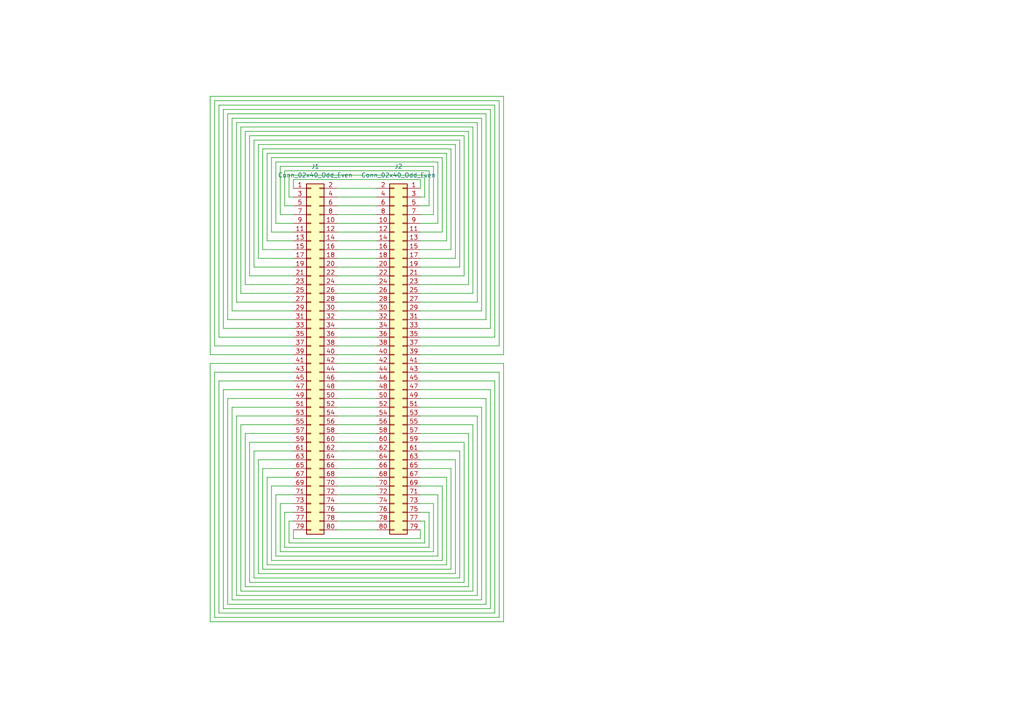
<source format=kicad_sch>
(kicad_sch (version 20230121) (generator eeschema)

  (uuid e6d15476-c809-4037-99b6-e7bfda84a67d)

  (paper "A4")

  (lib_symbols
    (symbol "Connector_Generic:Conn_02x40_Odd_Even" (pin_names (offset 1.016) hide) (in_bom yes) (on_board yes)
      (property "Reference" "J" (at 1.27 50.8 0)
        (effects (font (size 1.27 1.27)))
      )
      (property "Value" "Conn_02x40_Odd_Even" (at 1.27 -53.34 0)
        (effects (font (size 1.27 1.27)))
      )
      (property "Footprint" "" (at 0 0 0)
        (effects (font (size 1.27 1.27)) hide)
      )
      (property "Datasheet" "~" (at 0 0 0)
        (effects (font (size 1.27 1.27)) hide)
      )
      (property "ki_keywords" "connector" (at 0 0 0)
        (effects (font (size 1.27 1.27)) hide)
      )
      (property "ki_description" "Generic connector, double row, 02x40, odd/even pin numbering scheme (row 1 odd numbers, row 2 even numbers), script generated (kicad-library-utils/schlib/autogen/connector/)" (at 0 0 0)
        (effects (font (size 1.27 1.27)) hide)
      )
      (property "ki_fp_filters" "Connector*:*_2x??_*" (at 0 0 0)
        (effects (font (size 1.27 1.27)) hide)
      )
      (symbol "Conn_02x40_Odd_Even_1_1"
        (rectangle (start -1.27 -50.673) (end 0 -50.927)
          (stroke (width 0.1524) (type default))
          (fill (type none))
        )
        (rectangle (start -1.27 -48.133) (end 0 -48.387)
          (stroke (width 0.1524) (type default))
          (fill (type none))
        )
        (rectangle (start -1.27 -45.593) (end 0 -45.847)
          (stroke (width 0.1524) (type default))
          (fill (type none))
        )
        (rectangle (start -1.27 -43.053) (end 0 -43.307)
          (stroke (width 0.1524) (type default))
          (fill (type none))
        )
        (rectangle (start -1.27 -40.513) (end 0 -40.767)
          (stroke (width 0.1524) (type default))
          (fill (type none))
        )
        (rectangle (start -1.27 -37.973) (end 0 -38.227)
          (stroke (width 0.1524) (type default))
          (fill (type none))
        )
        (rectangle (start -1.27 -35.433) (end 0 -35.687)
          (stroke (width 0.1524) (type default))
          (fill (type none))
        )
        (rectangle (start -1.27 -32.893) (end 0 -33.147)
          (stroke (width 0.1524) (type default))
          (fill (type none))
        )
        (rectangle (start -1.27 -30.353) (end 0 -30.607)
          (stroke (width 0.1524) (type default))
          (fill (type none))
        )
        (rectangle (start -1.27 -27.813) (end 0 -28.067)
          (stroke (width 0.1524) (type default))
          (fill (type none))
        )
        (rectangle (start -1.27 -25.273) (end 0 -25.527)
          (stroke (width 0.1524) (type default))
          (fill (type none))
        )
        (rectangle (start -1.27 -22.733) (end 0 -22.987)
          (stroke (width 0.1524) (type default))
          (fill (type none))
        )
        (rectangle (start -1.27 -20.193) (end 0 -20.447)
          (stroke (width 0.1524) (type default))
          (fill (type none))
        )
        (rectangle (start -1.27 -17.653) (end 0 -17.907)
          (stroke (width 0.1524) (type default))
          (fill (type none))
        )
        (rectangle (start -1.27 -15.113) (end 0 -15.367)
          (stroke (width 0.1524) (type default))
          (fill (type none))
        )
        (rectangle (start -1.27 -12.573) (end 0 -12.827)
          (stroke (width 0.1524) (type default))
          (fill (type none))
        )
        (rectangle (start -1.27 -10.033) (end 0 -10.287)
          (stroke (width 0.1524) (type default))
          (fill (type none))
        )
        (rectangle (start -1.27 -7.493) (end 0 -7.747)
          (stroke (width 0.1524) (type default))
          (fill (type none))
        )
        (rectangle (start -1.27 -4.953) (end 0 -5.207)
          (stroke (width 0.1524) (type default))
          (fill (type none))
        )
        (rectangle (start -1.27 -2.413) (end 0 -2.667)
          (stroke (width 0.1524) (type default))
          (fill (type none))
        )
        (rectangle (start -1.27 0.127) (end 0 -0.127)
          (stroke (width 0.1524) (type default))
          (fill (type none))
        )
        (rectangle (start -1.27 2.667) (end 0 2.413)
          (stroke (width 0.1524) (type default))
          (fill (type none))
        )
        (rectangle (start -1.27 5.207) (end 0 4.953)
          (stroke (width 0.1524) (type default))
          (fill (type none))
        )
        (rectangle (start -1.27 7.747) (end 0 7.493)
          (stroke (width 0.1524) (type default))
          (fill (type none))
        )
        (rectangle (start -1.27 10.287) (end 0 10.033)
          (stroke (width 0.1524) (type default))
          (fill (type none))
        )
        (rectangle (start -1.27 12.827) (end 0 12.573)
          (stroke (width 0.1524) (type default))
          (fill (type none))
        )
        (rectangle (start -1.27 15.367) (end 0 15.113)
          (stroke (width 0.1524) (type default))
          (fill (type none))
        )
        (rectangle (start -1.27 17.907) (end 0 17.653)
          (stroke (width 0.1524) (type default))
          (fill (type none))
        )
        (rectangle (start -1.27 20.447) (end 0 20.193)
          (stroke (width 0.1524) (type default))
          (fill (type none))
        )
        (rectangle (start -1.27 22.987) (end 0 22.733)
          (stroke (width 0.1524) (type default))
          (fill (type none))
        )
        (rectangle (start -1.27 25.527) (end 0 25.273)
          (stroke (width 0.1524) (type default))
          (fill (type none))
        )
        (rectangle (start -1.27 28.067) (end 0 27.813)
          (stroke (width 0.1524) (type default))
          (fill (type none))
        )
        (rectangle (start -1.27 30.607) (end 0 30.353)
          (stroke (width 0.1524) (type default))
          (fill (type none))
        )
        (rectangle (start -1.27 33.147) (end 0 32.893)
          (stroke (width 0.1524) (type default))
          (fill (type none))
        )
        (rectangle (start -1.27 35.687) (end 0 35.433)
          (stroke (width 0.1524) (type default))
          (fill (type none))
        )
        (rectangle (start -1.27 38.227) (end 0 37.973)
          (stroke (width 0.1524) (type default))
          (fill (type none))
        )
        (rectangle (start -1.27 40.767) (end 0 40.513)
          (stroke (width 0.1524) (type default))
          (fill (type none))
        )
        (rectangle (start -1.27 43.307) (end 0 43.053)
          (stroke (width 0.1524) (type default))
          (fill (type none))
        )
        (rectangle (start -1.27 45.847) (end 0 45.593)
          (stroke (width 0.1524) (type default))
          (fill (type none))
        )
        (rectangle (start -1.27 48.387) (end 0 48.133)
          (stroke (width 0.1524) (type default))
          (fill (type none))
        )
        (rectangle (start -1.27 49.53) (end 3.81 -52.07)
          (stroke (width 0.254) (type default))
          (fill (type background))
        )
        (rectangle (start 3.81 -50.673) (end 2.54 -50.927)
          (stroke (width 0.1524) (type default))
          (fill (type none))
        )
        (rectangle (start 3.81 -48.133) (end 2.54 -48.387)
          (stroke (width 0.1524) (type default))
          (fill (type none))
        )
        (rectangle (start 3.81 -45.593) (end 2.54 -45.847)
          (stroke (width 0.1524) (type default))
          (fill (type none))
        )
        (rectangle (start 3.81 -43.053) (end 2.54 -43.307)
          (stroke (width 0.1524) (type default))
          (fill (type none))
        )
        (rectangle (start 3.81 -40.513) (end 2.54 -40.767)
          (stroke (width 0.1524) (type default))
          (fill (type none))
        )
        (rectangle (start 3.81 -37.973) (end 2.54 -38.227)
          (stroke (width 0.1524) (type default))
          (fill (type none))
        )
        (rectangle (start 3.81 -35.433) (end 2.54 -35.687)
          (stroke (width 0.1524) (type default))
          (fill (type none))
        )
        (rectangle (start 3.81 -32.893) (end 2.54 -33.147)
          (stroke (width 0.1524) (type default))
          (fill (type none))
        )
        (rectangle (start 3.81 -30.353) (end 2.54 -30.607)
          (stroke (width 0.1524) (type default))
          (fill (type none))
        )
        (rectangle (start 3.81 -27.813) (end 2.54 -28.067)
          (stroke (width 0.1524) (type default))
          (fill (type none))
        )
        (rectangle (start 3.81 -25.273) (end 2.54 -25.527)
          (stroke (width 0.1524) (type default))
          (fill (type none))
        )
        (rectangle (start 3.81 -22.733) (end 2.54 -22.987)
          (stroke (width 0.1524) (type default))
          (fill (type none))
        )
        (rectangle (start 3.81 -20.193) (end 2.54 -20.447)
          (stroke (width 0.1524) (type default))
          (fill (type none))
        )
        (rectangle (start 3.81 -17.653) (end 2.54 -17.907)
          (stroke (width 0.1524) (type default))
          (fill (type none))
        )
        (rectangle (start 3.81 -15.113) (end 2.54 -15.367)
          (stroke (width 0.1524) (type default))
          (fill (type none))
        )
        (rectangle (start 3.81 -12.573) (end 2.54 -12.827)
          (stroke (width 0.1524) (type default))
          (fill (type none))
        )
        (rectangle (start 3.81 -10.033) (end 2.54 -10.287)
          (stroke (width 0.1524) (type default))
          (fill (type none))
        )
        (rectangle (start 3.81 -7.493) (end 2.54 -7.747)
          (stroke (width 0.1524) (type default))
          (fill (type none))
        )
        (rectangle (start 3.81 -4.953) (end 2.54 -5.207)
          (stroke (width 0.1524) (type default))
          (fill (type none))
        )
        (rectangle (start 3.81 -2.413) (end 2.54 -2.667)
          (stroke (width 0.1524) (type default))
          (fill (type none))
        )
        (rectangle (start 3.81 0.127) (end 2.54 -0.127)
          (stroke (width 0.1524) (type default))
          (fill (type none))
        )
        (rectangle (start 3.81 2.667) (end 2.54 2.413)
          (stroke (width 0.1524) (type default))
          (fill (type none))
        )
        (rectangle (start 3.81 5.207) (end 2.54 4.953)
          (stroke (width 0.1524) (type default))
          (fill (type none))
        )
        (rectangle (start 3.81 7.747) (end 2.54 7.493)
          (stroke (width 0.1524) (type default))
          (fill (type none))
        )
        (rectangle (start 3.81 10.287) (end 2.54 10.033)
          (stroke (width 0.1524) (type default))
          (fill (type none))
        )
        (rectangle (start 3.81 12.827) (end 2.54 12.573)
          (stroke (width 0.1524) (type default))
          (fill (type none))
        )
        (rectangle (start 3.81 15.367) (end 2.54 15.113)
          (stroke (width 0.1524) (type default))
          (fill (type none))
        )
        (rectangle (start 3.81 17.907) (end 2.54 17.653)
          (stroke (width 0.1524) (type default))
          (fill (type none))
        )
        (rectangle (start 3.81 20.447) (end 2.54 20.193)
          (stroke (width 0.1524) (type default))
          (fill (type none))
        )
        (rectangle (start 3.81 22.987) (end 2.54 22.733)
          (stroke (width 0.1524) (type default))
          (fill (type none))
        )
        (rectangle (start 3.81 25.527) (end 2.54 25.273)
          (stroke (width 0.1524) (type default))
          (fill (type none))
        )
        (rectangle (start 3.81 28.067) (end 2.54 27.813)
          (stroke (width 0.1524) (type default))
          (fill (type none))
        )
        (rectangle (start 3.81 30.607) (end 2.54 30.353)
          (stroke (width 0.1524) (type default))
          (fill (type none))
        )
        (rectangle (start 3.81 33.147) (end 2.54 32.893)
          (stroke (width 0.1524) (type default))
          (fill (type none))
        )
        (rectangle (start 3.81 35.687) (end 2.54 35.433)
          (stroke (width 0.1524) (type default))
          (fill (type none))
        )
        (rectangle (start 3.81 38.227) (end 2.54 37.973)
          (stroke (width 0.1524) (type default))
          (fill (type none))
        )
        (rectangle (start 3.81 40.767) (end 2.54 40.513)
          (stroke (width 0.1524) (type default))
          (fill (type none))
        )
        (rectangle (start 3.81 43.307) (end 2.54 43.053)
          (stroke (width 0.1524) (type default))
          (fill (type none))
        )
        (rectangle (start 3.81 45.847) (end 2.54 45.593)
          (stroke (width 0.1524) (type default))
          (fill (type none))
        )
        (rectangle (start 3.81 48.387) (end 2.54 48.133)
          (stroke (width 0.1524) (type default))
          (fill (type none))
        )
        (pin passive line (at -5.08 48.26 0) (length 3.81)
          (name "Pin_1" (effects (font (size 1.27 1.27))))
          (number "1" (effects (font (size 1.27 1.27))))
        )
        (pin passive line (at 7.62 38.1 180) (length 3.81)
          (name "Pin_10" (effects (font (size 1.27 1.27))))
          (number "10" (effects (font (size 1.27 1.27))))
        )
        (pin passive line (at -5.08 35.56 0) (length 3.81)
          (name "Pin_11" (effects (font (size 1.27 1.27))))
          (number "11" (effects (font (size 1.27 1.27))))
        )
        (pin passive line (at 7.62 35.56 180) (length 3.81)
          (name "Pin_12" (effects (font (size 1.27 1.27))))
          (number "12" (effects (font (size 1.27 1.27))))
        )
        (pin passive line (at -5.08 33.02 0) (length 3.81)
          (name "Pin_13" (effects (font (size 1.27 1.27))))
          (number "13" (effects (font (size 1.27 1.27))))
        )
        (pin passive line (at 7.62 33.02 180) (length 3.81)
          (name "Pin_14" (effects (font (size 1.27 1.27))))
          (number "14" (effects (font (size 1.27 1.27))))
        )
        (pin passive line (at -5.08 30.48 0) (length 3.81)
          (name "Pin_15" (effects (font (size 1.27 1.27))))
          (number "15" (effects (font (size 1.27 1.27))))
        )
        (pin passive line (at 7.62 30.48 180) (length 3.81)
          (name "Pin_16" (effects (font (size 1.27 1.27))))
          (number "16" (effects (font (size 1.27 1.27))))
        )
        (pin passive line (at -5.08 27.94 0) (length 3.81)
          (name "Pin_17" (effects (font (size 1.27 1.27))))
          (number "17" (effects (font (size 1.27 1.27))))
        )
        (pin passive line (at 7.62 27.94 180) (length 3.81)
          (name "Pin_18" (effects (font (size 1.27 1.27))))
          (number "18" (effects (font (size 1.27 1.27))))
        )
        (pin passive line (at -5.08 25.4 0) (length 3.81)
          (name "Pin_19" (effects (font (size 1.27 1.27))))
          (number "19" (effects (font (size 1.27 1.27))))
        )
        (pin passive line (at 7.62 48.26 180) (length 3.81)
          (name "Pin_2" (effects (font (size 1.27 1.27))))
          (number "2" (effects (font (size 1.27 1.27))))
        )
        (pin passive line (at 7.62 25.4 180) (length 3.81)
          (name "Pin_20" (effects (font (size 1.27 1.27))))
          (number "20" (effects (font (size 1.27 1.27))))
        )
        (pin passive line (at -5.08 22.86 0) (length 3.81)
          (name "Pin_21" (effects (font (size 1.27 1.27))))
          (number "21" (effects (font (size 1.27 1.27))))
        )
        (pin passive line (at 7.62 22.86 180) (length 3.81)
          (name "Pin_22" (effects (font (size 1.27 1.27))))
          (number "22" (effects (font (size 1.27 1.27))))
        )
        (pin passive line (at -5.08 20.32 0) (length 3.81)
          (name "Pin_23" (effects (font (size 1.27 1.27))))
          (number "23" (effects (font (size 1.27 1.27))))
        )
        (pin passive line (at 7.62 20.32 180) (length 3.81)
          (name "Pin_24" (effects (font (size 1.27 1.27))))
          (number "24" (effects (font (size 1.27 1.27))))
        )
        (pin passive line (at -5.08 17.78 0) (length 3.81)
          (name "Pin_25" (effects (font (size 1.27 1.27))))
          (number "25" (effects (font (size 1.27 1.27))))
        )
        (pin passive line (at 7.62 17.78 180) (length 3.81)
          (name "Pin_26" (effects (font (size 1.27 1.27))))
          (number "26" (effects (font (size 1.27 1.27))))
        )
        (pin passive line (at -5.08 15.24 0) (length 3.81)
          (name "Pin_27" (effects (font (size 1.27 1.27))))
          (number "27" (effects (font (size 1.27 1.27))))
        )
        (pin passive line (at 7.62 15.24 180) (length 3.81)
          (name "Pin_28" (effects (font (size 1.27 1.27))))
          (number "28" (effects (font (size 1.27 1.27))))
        )
        (pin passive line (at -5.08 12.7 0) (length 3.81)
          (name "Pin_29" (effects (font (size 1.27 1.27))))
          (number "29" (effects (font (size 1.27 1.27))))
        )
        (pin passive line (at -5.08 45.72 0) (length 3.81)
          (name "Pin_3" (effects (font (size 1.27 1.27))))
          (number "3" (effects (font (size 1.27 1.27))))
        )
        (pin passive line (at 7.62 12.7 180) (length 3.81)
          (name "Pin_30" (effects (font (size 1.27 1.27))))
          (number "30" (effects (font (size 1.27 1.27))))
        )
        (pin passive line (at -5.08 10.16 0) (length 3.81)
          (name "Pin_31" (effects (font (size 1.27 1.27))))
          (number "31" (effects (font (size 1.27 1.27))))
        )
        (pin passive line (at 7.62 10.16 180) (length 3.81)
          (name "Pin_32" (effects (font (size 1.27 1.27))))
          (number "32" (effects (font (size 1.27 1.27))))
        )
        (pin passive line (at -5.08 7.62 0) (length 3.81)
          (name "Pin_33" (effects (font (size 1.27 1.27))))
          (number "33" (effects (font (size 1.27 1.27))))
        )
        (pin passive line (at 7.62 7.62 180) (length 3.81)
          (name "Pin_34" (effects (font (size 1.27 1.27))))
          (number "34" (effects (font (size 1.27 1.27))))
        )
        (pin passive line (at -5.08 5.08 0) (length 3.81)
          (name "Pin_35" (effects (font (size 1.27 1.27))))
          (number "35" (effects (font (size 1.27 1.27))))
        )
        (pin passive line (at 7.62 5.08 180) (length 3.81)
          (name "Pin_36" (effects (font (size 1.27 1.27))))
          (number "36" (effects (font (size 1.27 1.27))))
        )
        (pin passive line (at -5.08 2.54 0) (length 3.81)
          (name "Pin_37" (effects (font (size 1.27 1.27))))
          (number "37" (effects (font (size 1.27 1.27))))
        )
        (pin passive line (at 7.62 2.54 180) (length 3.81)
          (name "Pin_38" (effects (font (size 1.27 1.27))))
          (number "38" (effects (font (size 1.27 1.27))))
        )
        (pin passive line (at -5.08 0 0) (length 3.81)
          (name "Pin_39" (effects (font (size 1.27 1.27))))
          (number "39" (effects (font (size 1.27 1.27))))
        )
        (pin passive line (at 7.62 45.72 180) (length 3.81)
          (name "Pin_4" (effects (font (size 1.27 1.27))))
          (number "4" (effects (font (size 1.27 1.27))))
        )
        (pin passive line (at 7.62 0 180) (length 3.81)
          (name "Pin_40" (effects (font (size 1.27 1.27))))
          (number "40" (effects (font (size 1.27 1.27))))
        )
        (pin passive line (at -5.08 -2.54 0) (length 3.81)
          (name "Pin_41" (effects (font (size 1.27 1.27))))
          (number "41" (effects (font (size 1.27 1.27))))
        )
        (pin passive line (at 7.62 -2.54 180) (length 3.81)
          (name "Pin_42" (effects (font (size 1.27 1.27))))
          (number "42" (effects (font (size 1.27 1.27))))
        )
        (pin passive line (at -5.08 -5.08 0) (length 3.81)
          (name "Pin_43" (effects (font (size 1.27 1.27))))
          (number "43" (effects (font (size 1.27 1.27))))
        )
        (pin passive line (at 7.62 -5.08 180) (length 3.81)
          (name "Pin_44" (effects (font (size 1.27 1.27))))
          (number "44" (effects (font (size 1.27 1.27))))
        )
        (pin passive line (at -5.08 -7.62 0) (length 3.81)
          (name "Pin_45" (effects (font (size 1.27 1.27))))
          (number "45" (effects (font (size 1.27 1.27))))
        )
        (pin passive line (at 7.62 -7.62 180) (length 3.81)
          (name "Pin_46" (effects (font (size 1.27 1.27))))
          (number "46" (effects (font (size 1.27 1.27))))
        )
        (pin passive line (at -5.08 -10.16 0) (length 3.81)
          (name "Pin_47" (effects (font (size 1.27 1.27))))
          (number "47" (effects (font (size 1.27 1.27))))
        )
        (pin passive line (at 7.62 -10.16 180) (length 3.81)
          (name "Pin_48" (effects (font (size 1.27 1.27))))
          (number "48" (effects (font (size 1.27 1.27))))
        )
        (pin passive line (at -5.08 -12.7 0) (length 3.81)
          (name "Pin_49" (effects (font (size 1.27 1.27))))
          (number "49" (effects (font (size 1.27 1.27))))
        )
        (pin passive line (at -5.08 43.18 0) (length 3.81)
          (name "Pin_5" (effects (font (size 1.27 1.27))))
          (number "5" (effects (font (size 1.27 1.27))))
        )
        (pin passive line (at 7.62 -12.7 180) (length 3.81)
          (name "Pin_50" (effects (font (size 1.27 1.27))))
          (number "50" (effects (font (size 1.27 1.27))))
        )
        (pin passive line (at -5.08 -15.24 0) (length 3.81)
          (name "Pin_51" (effects (font (size 1.27 1.27))))
          (number "51" (effects (font (size 1.27 1.27))))
        )
        (pin passive line (at 7.62 -15.24 180) (length 3.81)
          (name "Pin_52" (effects (font (size 1.27 1.27))))
          (number "52" (effects (font (size 1.27 1.27))))
        )
        (pin passive line (at -5.08 -17.78 0) (length 3.81)
          (name "Pin_53" (effects (font (size 1.27 1.27))))
          (number "53" (effects (font (size 1.27 1.27))))
        )
        (pin passive line (at 7.62 -17.78 180) (length 3.81)
          (name "Pin_54" (effects (font (size 1.27 1.27))))
          (number "54" (effects (font (size 1.27 1.27))))
        )
        (pin passive line (at -5.08 -20.32 0) (length 3.81)
          (name "Pin_55" (effects (font (size 1.27 1.27))))
          (number "55" (effects (font (size 1.27 1.27))))
        )
        (pin passive line (at 7.62 -20.32 180) (length 3.81)
          (name "Pin_56" (effects (font (size 1.27 1.27))))
          (number "56" (effects (font (size 1.27 1.27))))
        )
        (pin passive line (at -5.08 -22.86 0) (length 3.81)
          (name "Pin_57" (effects (font (size 1.27 1.27))))
          (number "57" (effects (font (size 1.27 1.27))))
        )
        (pin passive line (at 7.62 -22.86 180) (length 3.81)
          (name "Pin_58" (effects (font (size 1.27 1.27))))
          (number "58" (effects (font (size 1.27 1.27))))
        )
        (pin passive line (at -5.08 -25.4 0) (length 3.81)
          (name "Pin_59" (effects (font (size 1.27 1.27))))
          (number "59" (effects (font (size 1.27 1.27))))
        )
        (pin passive line (at 7.62 43.18 180) (length 3.81)
          (name "Pin_6" (effects (font (size 1.27 1.27))))
          (number "6" (effects (font (size 1.27 1.27))))
        )
        (pin passive line (at 7.62 -25.4 180) (length 3.81)
          (name "Pin_60" (effects (font (size 1.27 1.27))))
          (number "60" (effects (font (size 1.27 1.27))))
        )
        (pin passive line (at -5.08 -27.94 0) (length 3.81)
          (name "Pin_61" (effects (font (size 1.27 1.27))))
          (number "61" (effects (font (size 1.27 1.27))))
        )
        (pin passive line (at 7.62 -27.94 180) (length 3.81)
          (name "Pin_62" (effects (font (size 1.27 1.27))))
          (number "62" (effects (font (size 1.27 1.27))))
        )
        (pin passive line (at -5.08 -30.48 0) (length 3.81)
          (name "Pin_63" (effects (font (size 1.27 1.27))))
          (number "63" (effects (font (size 1.27 1.27))))
        )
        (pin passive line (at 7.62 -30.48 180) (length 3.81)
          (name "Pin_64" (effects (font (size 1.27 1.27))))
          (number "64" (effects (font (size 1.27 1.27))))
        )
        (pin passive line (at -5.08 -33.02 0) (length 3.81)
          (name "Pin_65" (effects (font (size 1.27 1.27))))
          (number "65" (effects (font (size 1.27 1.27))))
        )
        (pin passive line (at 7.62 -33.02 180) (length 3.81)
          (name "Pin_66" (effects (font (size 1.27 1.27))))
          (number "66" (effects (font (size 1.27 1.27))))
        )
        (pin passive line (at -5.08 -35.56 0) (length 3.81)
          (name "Pin_67" (effects (font (size 1.27 1.27))))
          (number "67" (effects (font (size 1.27 1.27))))
        )
        (pin passive line (at 7.62 -35.56 180) (length 3.81)
          (name "Pin_68" (effects (font (size 1.27 1.27))))
          (number "68" (effects (font (size 1.27 1.27))))
        )
        (pin passive line (at -5.08 -38.1 0) (length 3.81)
          (name "Pin_69" (effects (font (size 1.27 1.27))))
          (number "69" (effects (font (size 1.27 1.27))))
        )
        (pin passive line (at -5.08 40.64 0) (length 3.81)
          (name "Pin_7" (effects (font (size 1.27 1.27))))
          (number "7" (effects (font (size 1.27 1.27))))
        )
        (pin passive line (at 7.62 -38.1 180) (length 3.81)
          (name "Pin_70" (effects (font (size 1.27 1.27))))
          (number "70" (effects (font (size 1.27 1.27))))
        )
        (pin passive line (at -5.08 -40.64 0) (length 3.81)
          (name "Pin_71" (effects (font (size 1.27 1.27))))
          (number "71" (effects (font (size 1.27 1.27))))
        )
        (pin passive line (at 7.62 -40.64 180) (length 3.81)
          (name "Pin_72" (effects (font (size 1.27 1.27))))
          (number "72" (effects (font (size 1.27 1.27))))
        )
        (pin passive line (at -5.08 -43.18 0) (length 3.81)
          (name "Pin_73" (effects (font (size 1.27 1.27))))
          (number "73" (effects (font (size 1.27 1.27))))
        )
        (pin passive line (at 7.62 -43.18 180) (length 3.81)
          (name "Pin_74" (effects (font (size 1.27 1.27))))
          (number "74" (effects (font (size 1.27 1.27))))
        )
        (pin passive line (at -5.08 -45.72 0) (length 3.81)
          (name "Pin_75" (effects (font (size 1.27 1.27))))
          (number "75" (effects (font (size 1.27 1.27))))
        )
        (pin passive line (at 7.62 -45.72 180) (length 3.81)
          (name "Pin_76" (effects (font (size 1.27 1.27))))
          (number "76" (effects (font (size 1.27 1.27))))
        )
        (pin passive line (at -5.08 -48.26 0) (length 3.81)
          (name "Pin_77" (effects (font (size 1.27 1.27))))
          (number "77" (effects (font (size 1.27 1.27))))
        )
        (pin passive line (at 7.62 -48.26 180) (length 3.81)
          (name "Pin_78" (effects (font (size 1.27 1.27))))
          (number "78" (effects (font (size 1.27 1.27))))
        )
        (pin passive line (at -5.08 -50.8 0) (length 3.81)
          (name "Pin_79" (effects (font (size 1.27 1.27))))
          (number "79" (effects (font (size 1.27 1.27))))
        )
        (pin passive line (at 7.62 40.64 180) (length 3.81)
          (name "Pin_8" (effects (font (size 1.27 1.27))))
          (number "8" (effects (font (size 1.27 1.27))))
        )
        (pin passive line (at 7.62 -50.8 180) (length 3.81)
          (name "Pin_80" (effects (font (size 1.27 1.27))))
          (number "80" (effects (font (size 1.27 1.27))))
        )
        (pin passive line (at -5.08 38.1 0) (length 3.81)
          (name "Pin_9" (effects (font (size 1.27 1.27))))
          (number "9" (effects (font (size 1.27 1.27))))
        )
      )
    )
  )


  (wire (pts (xy 80.01 46.99) (xy 127 46.99))
    (stroke (width 0) (type default))
    (uuid 0174d5e0-2c7f-49e4-b717-63769c287f63)
  )
  (wire (pts (xy 66.04 33.02) (xy 140.97 33.02))
    (stroke (width 0) (type default))
    (uuid 01943d6d-f438-4e48-89c4-85598e3bdf5a)
  )
  (wire (pts (xy 97.79 146.05) (xy 109.22 146.05))
    (stroke (width 0) (type default))
    (uuid 025de5ac-a45d-4f2a-83f2-adb9ff6fef46)
  )
  (wire (pts (xy 121.92 100.33) (xy 144.78 100.33))
    (stroke (width 0) (type default))
    (uuid 034b963a-33a6-4768-a6d2-c74ab91b1600)
  )
  (wire (pts (xy 77.47 44.45) (xy 129.54 44.45))
    (stroke (width 0) (type default))
    (uuid 046568c4-33d0-4cca-9f48-44ded2f6d107)
  )
  (wire (pts (xy 97.79 151.13) (xy 109.22 151.13))
    (stroke (width 0) (type default))
    (uuid 08079169-847b-456d-8acc-0675112c7aaf)
  )
  (wire (pts (xy 139.7 173.99) (xy 139.7 118.11))
    (stroke (width 0) (type default))
    (uuid 0abbfe01-1bcb-44ab-9f29-b27b7a2599c6)
  )
  (wire (pts (xy 97.79 113.03) (xy 109.22 113.03))
    (stroke (width 0) (type default))
    (uuid 0f7333bf-128a-473c-a81d-a900bb1670e0)
  )
  (wire (pts (xy 142.24 31.75) (xy 64.77 31.75))
    (stroke (width 0) (type default))
    (uuid 0fd3773b-b80a-4181-9c98-0f2ecdee04f7)
  )
  (wire (pts (xy 140.97 33.02) (xy 140.97 92.71))
    (stroke (width 0) (type default))
    (uuid 12303453-dcb5-4221-95a3-c82dd0696c79)
  )
  (wire (pts (xy 81.28 48.26) (xy 125.73 48.26))
    (stroke (width 0) (type default))
    (uuid 159cf073-993f-46fb-9d52-b6431744c9cc)
  )
  (wire (pts (xy 121.92 110.49) (xy 143.51 110.49))
    (stroke (width 0) (type default))
    (uuid 18daed95-b405-4b43-96a3-149aceec6348)
  )
  (wire (pts (xy 64.77 113.03) (xy 64.77 176.53))
    (stroke (width 0) (type default))
    (uuid 1945b74c-a24b-43c3-aa25-3de23843ca2a)
  )
  (wire (pts (xy 64.77 95.25) (xy 85.09 95.25))
    (stroke (width 0) (type default))
    (uuid 1ae5457a-190c-4c60-973d-7969eeb1044f)
  )
  (wire (pts (xy 121.92 130.81) (xy 133.35 130.81))
    (stroke (width 0) (type default))
    (uuid 1b58ca4d-b853-4d72-bafb-e5b61949797f)
  )
  (wire (pts (xy 85.09 87.63) (xy 68.58 87.63))
    (stroke (width 0) (type default))
    (uuid 1c936751-3836-4056-90c0-d3570da94ea6)
  )
  (wire (pts (xy 71.12 82.55) (xy 71.12 38.1))
    (stroke (width 0) (type default))
    (uuid 1e2ee23c-2fea-4d72-9636-a46ede4334c6)
  )
  (wire (pts (xy 97.79 135.89) (xy 109.22 135.89))
    (stroke (width 0) (type default))
    (uuid 1f03c2dd-6a0f-4299-b5f3-a744bfd40718)
  )
  (wire (pts (xy 97.79 77.47) (xy 109.22 77.47))
    (stroke (width 0) (type default))
    (uuid 1f4a70bf-e992-4559-bb45-3ecde2236232)
  )
  (wire (pts (xy 97.79 87.63) (xy 109.22 87.63))
    (stroke (width 0) (type default))
    (uuid 1fe60ad0-3aa8-4665-97fa-472a4d32dc2b)
  )
  (wire (pts (xy 123.19 157.48) (xy 83.82 157.48))
    (stroke (width 0) (type default))
    (uuid 205c756c-5ed9-470f-b1f7-9fff0e767bdc)
  )
  (wire (pts (xy 73.66 167.64) (xy 73.66 130.81))
    (stroke (width 0) (type default))
    (uuid 21d70569-6ee8-4be7-9f89-4250a3a5aad9)
  )
  (wire (pts (xy 97.79 125.73) (xy 109.22 125.73))
    (stroke (width 0) (type default))
    (uuid 21dfbaa0-a987-4666-b0a8-844cd4c96dc4)
  )
  (wire (pts (xy 121.92 120.65) (xy 138.43 120.65))
    (stroke (width 0) (type default))
    (uuid 246a0ff1-894f-4f8c-8ab7-81ddb0d0301c)
  )
  (wire (pts (xy 97.79 97.79) (xy 109.22 97.79))
    (stroke (width 0) (type default))
    (uuid 26ccbdf8-7c84-4fdb-aa46-20f1ce9ae813)
  )
  (wire (pts (xy 97.79 69.85) (xy 109.22 69.85))
    (stroke (width 0) (type default))
    (uuid 274826aa-a6c9-4566-b5fe-141e76a53b1a)
  )
  (wire (pts (xy 83.82 50.8) (xy 123.19 50.8))
    (stroke (width 0) (type default))
    (uuid 28ebe0a2-e4bc-4dfc-91b9-d563e5177931)
  )
  (wire (pts (xy 76.2 165.1) (xy 76.2 135.89))
    (stroke (width 0) (type default))
    (uuid 29aade9f-23d7-43a9-a584-f6d3bbe2dd4d)
  )
  (wire (pts (xy 133.35 40.64) (xy 133.35 77.47))
    (stroke (width 0) (type default))
    (uuid 2a0d5a41-a805-45b0-8212-fc160d63717f)
  )
  (wire (pts (xy 85.09 118.11) (xy 67.31 118.11))
    (stroke (width 0) (type default))
    (uuid 2aa45f22-e926-4c05-939b-aec5417b0e69)
  )
  (wire (pts (xy 121.92 85.09) (xy 137.16 85.09))
    (stroke (width 0) (type default))
    (uuid 2c25cbef-9775-4a38-83f7-d8a69663f01b)
  )
  (wire (pts (xy 121.92 125.73) (xy 135.89 125.73))
    (stroke (width 0) (type default))
    (uuid 2c84e554-1a24-43be-9740-8a7e82bab682)
  )
  (wire (pts (xy 140.97 175.26) (xy 66.04 175.26))
    (stroke (width 0) (type default))
    (uuid 2cfe0a7d-93fb-438e-a951-ced79dc755a2)
  )
  (wire (pts (xy 85.09 62.23) (xy 81.28 62.23))
    (stroke (width 0) (type default))
    (uuid 2dc366bf-5c05-4df2-a807-9864988f19d6)
  )
  (wire (pts (xy 135.89 125.73) (xy 135.89 170.18))
    (stroke (width 0) (type default))
    (uuid 2e2f990a-1ac9-4950-9f33-e8fefef7fb0f)
  )
  (wire (pts (xy 63.5 177.8) (xy 63.5 110.49))
    (stroke (width 0) (type default))
    (uuid 2e535937-0033-470f-8587-e342c0792daf)
  )
  (wire (pts (xy 139.7 118.11) (xy 121.92 118.11))
    (stroke (width 0) (type default))
    (uuid 2e6b00b0-af2e-4931-8341-0a4eb6966d1f)
  )
  (wire (pts (xy 128.27 45.72) (xy 78.74 45.72))
    (stroke (width 0) (type default))
    (uuid 2eecf3a9-0229-4f48-b5a7-a0a710fb8aec)
  )
  (wire (pts (xy 125.73 160.02) (xy 81.28 160.02))
    (stroke (width 0) (type default))
    (uuid 2f6c3694-7da2-47bc-a686-dcedf1075516)
  )
  (wire (pts (xy 124.46 148.59) (xy 121.92 148.59))
    (stroke (width 0) (type default))
    (uuid 2fd759b3-2242-4bf7-a02a-26614f686064)
  )
  (wire (pts (xy 68.58 35.56) (xy 138.43 35.56))
    (stroke (width 0) (type default))
    (uuid 30e3e13f-f897-4451-a000-cfd3ca16771e)
  )
  (wire (pts (xy 97.79 54.61) (xy 109.22 54.61))
    (stroke (width 0) (type default))
    (uuid 311259b8-15d0-488e-89c0-664c8d3ec5e4)
  )
  (wire (pts (xy 139.7 34.29) (xy 67.31 34.29))
    (stroke (width 0) (type default))
    (uuid 314bdc31-2ba4-4d8b-8b44-1774046ac913)
  )
  (wire (pts (xy 72.39 39.37) (xy 134.62 39.37))
    (stroke (width 0) (type default))
    (uuid 32d36364-9d7d-40ca-a58d-6ac1d36b5134)
  )
  (wire (pts (xy 138.43 87.63) (xy 121.92 87.63))
    (stroke (width 0) (type default))
    (uuid 3521218d-7614-426b-85bb-cf1ecba09ad7)
  )
  (wire (pts (xy 137.16 123.19) (xy 121.92 123.19))
    (stroke (width 0) (type default))
    (uuid 37b458b2-466e-4189-82b9-48e68c674636)
  )
  (wire (pts (xy 144.78 179.07) (xy 144.78 107.95))
    (stroke (width 0) (type default))
    (uuid 38c127e2-676a-4f2c-a63c-9e233b594269)
  )
  (wire (pts (xy 123.19 151.13) (xy 123.19 157.48))
    (stroke (width 0) (type default))
    (uuid 39e76e3e-ecab-4a70-97ee-b7f3192d247c)
  )
  (wire (pts (xy 140.97 92.71) (xy 121.92 92.71))
    (stroke (width 0) (type default))
    (uuid 3acb6ad2-6ec9-406a-9257-69257eeae553)
  )
  (wire (pts (xy 66.04 175.26) (xy 66.04 115.57))
    (stroke (width 0) (type default))
    (uuid 3c2548b3-7c8b-4da9-b4ef-1442c5803e3b)
  )
  (wire (pts (xy 130.81 165.1) (xy 76.2 165.1))
    (stroke (width 0) (type default))
    (uuid 400fb861-cb1f-4134-ba20-3fc506abace7)
  )
  (wire (pts (xy 62.23 100.33) (xy 85.09 100.33))
    (stroke (width 0) (type default))
    (uuid 40eb580b-95f3-4a54-a64d-c88fe4172c53)
  )
  (wire (pts (xy 64.77 176.53) (xy 142.24 176.53))
    (stroke (width 0) (type default))
    (uuid 415d281b-2d85-413f-b9e7-12738945ef36)
  )
  (wire (pts (xy 74.93 133.35) (xy 85.09 133.35))
    (stroke (width 0) (type default))
    (uuid 4172c687-1f82-41a4-90ad-2eb62a148a4c)
  )
  (wire (pts (xy 97.79 85.09) (xy 109.22 85.09))
    (stroke (width 0) (type default))
    (uuid 42d29b08-0b5f-484c-801d-52067028941f)
  )
  (wire (pts (xy 97.79 128.27) (xy 109.22 128.27))
    (stroke (width 0) (type default))
    (uuid 440ed22b-1a6e-43b4-9b61-0af331f7fceb)
  )
  (wire (pts (xy 97.79 74.93) (xy 109.22 74.93))
    (stroke (width 0) (type default))
    (uuid 45a1f37a-2605-42ce-815c-546cf1c86e89)
  )
  (wire (pts (xy 73.66 40.64) (xy 133.35 40.64))
    (stroke (width 0) (type default))
    (uuid 45a75608-2eec-4386-93c4-88a86b6a1070)
  )
  (wire (pts (xy 129.54 163.83) (xy 77.47 163.83))
    (stroke (width 0) (type default))
    (uuid 45afc9d5-fd7b-4d52-bee2-6a2fb62d9f1a)
  )
  (wire (pts (xy 121.92 128.27) (xy 134.62 128.27))
    (stroke (width 0) (type default))
    (uuid 4741a3f6-eafa-4636-b14a-fdef77815e3e)
  )
  (wire (pts (xy 67.31 118.11) (xy 67.31 173.99))
    (stroke (width 0) (type default))
    (uuid 47557ebc-579b-4cb1-98d7-3d563a4ed398)
  )
  (wire (pts (xy 132.08 133.35) (xy 132.08 166.37))
    (stroke (width 0) (type default))
    (uuid 498136d6-3ecb-4c26-83f1-82031aa30533)
  )
  (wire (pts (xy 127 64.77) (xy 121.92 64.77))
    (stroke (width 0) (type default))
    (uuid 49aebed3-0837-4295-981b-f24ab1d0ae5d)
  )
  (wire (pts (xy 63.5 30.48) (xy 143.51 30.48))
    (stroke (width 0) (type default))
    (uuid 4a6af08a-b35e-42e2-aa40-cd0af7bb0277)
  )
  (wire (pts (xy 82.55 59.69) (xy 85.09 59.69))
    (stroke (width 0) (type default))
    (uuid 4b00210b-4f60-4146-8628-a0f2438277b8)
  )
  (wire (pts (xy 76.2 72.39) (xy 76.2 43.18))
    (stroke (width 0) (type default))
    (uuid 4bade0c4-f755-4211-982c-6a6b1463c87c)
  )
  (wire (pts (xy 82.55 158.75) (xy 124.46 158.75))
    (stroke (width 0) (type default))
    (uuid 4c72f945-0da8-49ce-918f-661fa918348d)
  )
  (wire (pts (xy 97.79 123.19) (xy 109.22 123.19))
    (stroke (width 0) (type default))
    (uuid 4edf28a1-4987-4613-bf6f-eb4e52ac620e)
  )
  (wire (pts (xy 85.09 82.55) (xy 71.12 82.55))
    (stroke (width 0) (type default))
    (uuid 50ecbf7d-eb62-41f7-b0ed-d7199e61dfd9)
  )
  (wire (pts (xy 97.79 120.65) (xy 109.22 120.65))
    (stroke (width 0) (type default))
    (uuid 528c917f-e20d-427d-9d0f-3fa0d812a255)
  )
  (wire (pts (xy 121.92 135.89) (xy 130.81 135.89))
    (stroke (width 0) (type default))
    (uuid 5298e75f-ae95-462d-98da-b3420240d6a5)
  )
  (wire (pts (xy 142.24 95.25) (xy 142.24 31.75))
    (stroke (width 0) (type default))
    (uuid 52a5fed3-0636-408d-95a6-7bde93254cb9)
  )
  (wire (pts (xy 137.16 36.83) (xy 69.85 36.83))
    (stroke (width 0) (type default))
    (uuid 54d755a3-ec0c-4708-a6fb-7c43e2b4c465)
  )
  (wire (pts (xy 73.66 77.47) (xy 73.66 40.64))
    (stroke (width 0) (type default))
    (uuid 56aff3df-caee-4ba0-9dae-8e457349b71b)
  )
  (wire (pts (xy 97.79 148.59) (xy 109.22 148.59))
    (stroke (width 0) (type default))
    (uuid 577c1441-d8ef-4ce9-939f-039197a8cd4c)
  )
  (wire (pts (xy 83.82 57.15) (xy 83.82 50.8))
    (stroke (width 0) (type default))
    (uuid 57dc7329-d44c-4139-bd28-4367eafe8566)
  )
  (wire (pts (xy 77.47 69.85) (xy 77.47 44.45))
    (stroke (width 0) (type default))
    (uuid 5817dce2-53c8-4d49-8cb6-5f58f6f29ac7)
  )
  (wire (pts (xy 123.19 57.15) (xy 121.92 57.15))
    (stroke (width 0) (type default))
    (uuid 59540575-99ad-4163-9a36-81ab50566535)
  )
  (wire (pts (xy 121.92 133.35) (xy 132.08 133.35))
    (stroke (width 0) (type default))
    (uuid 59700ac0-6ba6-4e08-996e-f02c5e68f78b)
  )
  (wire (pts (xy 130.81 72.39) (xy 121.92 72.39))
    (stroke (width 0) (type default))
    (uuid 59eb00da-ffc4-4f10-b81d-d45b39e965fb)
  )
  (wire (pts (xy 97.79 110.49) (xy 109.22 110.49))
    (stroke (width 0) (type default))
    (uuid 5b46ac07-6afd-4a4b-a9de-457699083d61)
  )
  (wire (pts (xy 85.09 140.97) (xy 78.74 140.97))
    (stroke (width 0) (type default))
    (uuid 5b83ea39-d592-46d4-87d7-39c8509660d0)
  )
  (wire (pts (xy 146.05 27.94) (xy 60.96 27.94))
    (stroke (width 0) (type default))
    (uuid 5cd09e4c-146e-4259-9ae2-f9eb2bff5cfa)
  )
  (wire (pts (xy 121.92 54.61) (xy 121.92 52.07))
    (stroke (width 0) (type default))
    (uuid 5ce61253-a927-4fa3-8014-c0f70045356e)
  )
  (wire (pts (xy 97.79 115.57) (xy 109.22 115.57))
    (stroke (width 0) (type default))
    (uuid 5d50b29a-1ec4-49c5-b3be-2f6c1fdf52bf)
  )
  (wire (pts (xy 97.79 140.97) (xy 109.22 140.97))
    (stroke (width 0) (type default))
    (uuid 5e0884ea-f319-4620-937b-7206341a49b0)
  )
  (wire (pts (xy 83.82 151.13) (xy 85.09 151.13))
    (stroke (width 0) (type default))
    (uuid 5e8e7bb8-d109-44cf-b409-9f1c37a5bb2a)
  )
  (wire (pts (xy 124.46 49.53) (xy 82.55 49.53))
    (stroke (width 0) (type default))
    (uuid 605ea347-cd8e-41d5-b688-beb65363beee)
  )
  (wire (pts (xy 97.79 107.95) (xy 109.22 107.95))
    (stroke (width 0) (type default))
    (uuid 61436ae2-0d97-4073-9e14-65c380698c5b)
  )
  (wire (pts (xy 142.24 113.03) (xy 121.92 113.03))
    (stroke (width 0) (type default))
    (uuid 62338da6-a2fb-44f6-8117-1893986218f2)
  )
  (wire (pts (xy 68.58 172.72) (xy 68.58 120.65))
    (stroke (width 0) (type default))
    (uuid 637c5392-ee5b-4368-a119-4c124051cd7f)
  )
  (wire (pts (xy 138.43 35.56) (xy 138.43 87.63))
    (stroke (width 0) (type default))
    (uuid 658a9e69-4fcd-4cf8-b02c-a4a3b0a648ba)
  )
  (wire (pts (xy 133.35 77.47) (xy 121.92 77.47))
    (stroke (width 0) (type default))
    (uuid 65a3acd8-458d-47c3-9ade-aedc47dce528)
  )
  (wire (pts (xy 121.92 151.13) (xy 123.19 151.13))
    (stroke (width 0) (type default))
    (uuid 6649edc3-fbe2-4395-bfba-6179ecc527e5)
  )
  (wire (pts (xy 128.27 140.97) (xy 121.92 140.97))
    (stroke (width 0) (type default))
    (uuid 66fb311c-219d-4148-a60d-f30d99d20ddd)
  )
  (wire (pts (xy 97.79 57.15) (xy 109.22 57.15))
    (stroke (width 0) (type default))
    (uuid 687989aa-a045-4dd1-9cbb-713edda21b90)
  )
  (wire (pts (xy 143.51 97.79) (xy 121.92 97.79))
    (stroke (width 0) (type default))
    (uuid 6900eb49-b0c5-4a9f-8d0d-bd9dafd0296e)
  )
  (wire (pts (xy 129.54 69.85) (xy 121.92 69.85))
    (stroke (width 0) (type default))
    (uuid 6ab6a308-8df7-48f7-8245-f06e88fc0c17)
  )
  (wire (pts (xy 72.39 128.27) (xy 85.09 128.27))
    (stroke (width 0) (type default))
    (uuid 6b0b037e-664e-4537-b5dc-c6d342e5c2f8)
  )
  (wire (pts (xy 62.23 29.21) (xy 62.23 100.33))
    (stroke (width 0) (type default))
    (uuid 6bf89246-7e73-4826-81e0-e2fc00aa65af)
  )
  (wire (pts (xy 85.09 156.21) (xy 121.92 156.21))
    (stroke (width 0) (type default))
    (uuid 6c904662-0e18-4f9f-903d-6f90c3cc0490)
  )
  (wire (pts (xy 128.27 67.31) (xy 128.27 45.72))
    (stroke (width 0) (type default))
    (uuid 6cf426fb-6629-448c-9606-770792a63964)
  )
  (wire (pts (xy 78.74 45.72) (xy 78.74 67.31))
    (stroke (width 0) (type default))
    (uuid 6e6667e5-0830-4f86-9512-62be0d15d9a3)
  )
  (wire (pts (xy 67.31 173.99) (xy 139.7 173.99))
    (stroke (width 0) (type default))
    (uuid 6f576dd1-c2c0-4eb5-a8b1-5b09109e3fc6)
  )
  (wire (pts (xy 144.78 100.33) (xy 144.78 29.21))
    (stroke (width 0) (type default))
    (uuid 701eeea0-d3de-420f-b0bd-b4d33c335b68)
  )
  (wire (pts (xy 121.92 115.57) (xy 140.97 115.57))
    (stroke (width 0) (type default))
    (uuid 73f564d7-6fec-445d-a882-0438a53f3704)
  )
  (wire (pts (xy 69.85 36.83) (xy 69.85 85.09))
    (stroke (width 0) (type default))
    (uuid 74050650-d91f-45f7-8802-5f8ab2815b2a)
  )
  (wire (pts (xy 135.89 82.55) (xy 121.92 82.55))
    (stroke (width 0) (type default))
    (uuid 748f0591-7af8-41eb-9496-684f85ee9239)
  )
  (wire (pts (xy 127 161.29) (xy 80.01 161.29))
    (stroke (width 0) (type default))
    (uuid 74f960bd-1bdf-4b1b-9928-d343d37d5541)
  )
  (wire (pts (xy 125.73 48.26) (xy 125.73 62.23))
    (stroke (width 0) (type default))
    (uuid 7664169e-a45e-44f0-aa9a-57a103052feb)
  )
  (wire (pts (xy 82.55 148.59) (xy 82.55 158.75))
    (stroke (width 0) (type default))
    (uuid 7705acfb-89b7-4af9-917d-7642a6fe9550)
  )
  (wire (pts (xy 85.09 97.79) (xy 63.5 97.79))
    (stroke (width 0) (type default))
    (uuid 7730e35a-a08d-4e04-93bd-cb3f99c1f7cf)
  )
  (wire (pts (xy 78.74 140.97) (xy 78.74 162.56))
    (stroke (width 0) (type default))
    (uuid 77a913f9-60ad-479c-b20f-afa83d8c8dae)
  )
  (wire (pts (xy 83.82 157.48) (xy 83.82 151.13))
    (stroke (width 0) (type default))
    (uuid 78b51594-b5d7-4740-8862-cdf4b3c18753)
  )
  (wire (pts (xy 71.12 170.18) (xy 71.12 125.73))
    (stroke (width 0) (type default))
    (uuid 7ab8d368-e0da-4b30-a360-cd3eafd1d2c8)
  )
  (wire (pts (xy 85.09 72.39) (xy 76.2 72.39))
    (stroke (width 0) (type default))
    (uuid 7f2cac52-90f5-4806-8ebc-02049aef810e)
  )
  (wire (pts (xy 144.78 107.95) (xy 121.92 107.95))
    (stroke (width 0) (type default))
    (uuid 7f9e0e87-bc2b-4bb7-9405-4228a18beb00)
  )
  (wire (pts (xy 68.58 87.63) (xy 68.58 35.56))
    (stroke (width 0) (type default))
    (uuid 81c03599-4374-445f-a1d2-a6dc7cc1b471)
  )
  (wire (pts (xy 73.66 130.81) (xy 85.09 130.81))
    (stroke (width 0) (type default))
    (uuid 8296c9e6-e845-49ed-9571-e1e604cc4bdd)
  )
  (wire (pts (xy 130.81 135.89) (xy 130.81 165.1))
    (stroke (width 0) (type default))
    (uuid 82ce3a39-0659-4c22-91d4-06651bbb7e3a)
  )
  (wire (pts (xy 85.09 74.93) (xy 74.93 74.93))
    (stroke (width 0) (type default))
    (uuid 837a6852-b07c-4923-b4d2-7d717de36543)
  )
  (wire (pts (xy 71.12 38.1) (xy 135.89 38.1))
    (stroke (width 0) (type default))
    (uuid 85397a69-dc89-4567-a0c5-4560545ac2cc)
  )
  (wire (pts (xy 60.96 102.87) (xy 85.09 102.87))
    (stroke (width 0) (type default))
    (uuid 854055c3-11d5-4330-9493-28e790531112)
  )
  (wire (pts (xy 142.24 176.53) (xy 142.24 113.03))
    (stroke (width 0) (type default))
    (uuid 857555c2-8044-41ff-b4d6-1c1bbe027eb2)
  )
  (wire (pts (xy 69.85 123.19) (xy 69.85 171.45))
    (stroke (width 0) (type default))
    (uuid 85878f4a-28d8-4d55-b7ea-f51385fa3a30)
  )
  (wire (pts (xy 134.62 80.01) (xy 121.92 80.01))
    (stroke (width 0) (type default))
    (uuid 864b37c0-23f5-4856-9022-096586c1bde1)
  )
  (wire (pts (xy 97.79 153.67) (xy 109.22 153.67))
    (stroke (width 0) (type default))
    (uuid 8675afbe-2a96-465d-89c0-2ab308257760)
  )
  (wire (pts (xy 85.09 123.19) (xy 69.85 123.19))
    (stroke (width 0) (type default))
    (uuid 868be4a5-9857-4e82-84b8-8db4b4ddc5a7)
  )
  (wire (pts (xy 81.28 62.23) (xy 81.28 48.26))
    (stroke (width 0) (type default))
    (uuid 8779d540-61fa-4734-93e8-c5dc7195a221)
  )
  (wire (pts (xy 146.05 102.87) (xy 146.05 27.94))
    (stroke (width 0) (type default))
    (uuid 87b18ecc-b2ed-41e1-a027-d46eeb1c20bc)
  )
  (wire (pts (xy 74.93 166.37) (xy 74.93 133.35))
    (stroke (width 0) (type default))
    (uuid 8892a6d7-c53c-4056-9a00-7a4feb1c40ef)
  )
  (wire (pts (xy 97.79 105.41) (xy 109.22 105.41))
    (stroke (width 0) (type default))
    (uuid 8aa0bce5-67bd-4205-b285-7f3c5c6cd84f)
  )
  (wire (pts (xy 135.89 38.1) (xy 135.89 82.55))
    (stroke (width 0) (type default))
    (uuid 8ad8b8de-b990-4283-a689-17c4b22f8e81)
  )
  (wire (pts (xy 121.92 59.69) (xy 124.46 59.69))
    (stroke (width 0) (type default))
    (uuid 8c1731aa-cd37-4518-b46d-fecd5e476f89)
  )
  (wire (pts (xy 76.2 135.89) (xy 85.09 135.89))
    (stroke (width 0) (type default))
    (uuid 8dd3d37b-609c-41ef-bb31-786fffe432b8)
  )
  (wire (pts (xy 60.96 180.34) (xy 146.05 180.34))
    (stroke (width 0) (type default))
    (uuid 8e527d87-a0c4-4c71-a50c-9087bdbfe98a)
  )
  (wire (pts (xy 97.79 92.71) (xy 109.22 92.71))
    (stroke (width 0) (type default))
    (uuid 8f13fd34-c20f-41c8-b366-96a7632411ac)
  )
  (wire (pts (xy 80.01 143.51) (xy 85.09 143.51))
    (stroke (width 0) (type default))
    (uuid 90e2c5db-defb-4379-9e85-c67730705ceb)
  )
  (wire (pts (xy 85.09 113.03) (xy 64.77 113.03))
    (stroke (width 0) (type default))
    (uuid 9128f37e-2f0e-4a84-bd6f-8edea5b32d59)
  )
  (wire (pts (xy 71.12 125.73) (xy 85.09 125.73))
    (stroke (width 0) (type default))
    (uuid 9317e7a6-ce8f-4611-981c-050bb07a9caf)
  )
  (wire (pts (xy 69.85 171.45) (xy 137.16 171.45))
    (stroke (width 0) (type default))
    (uuid 96366527-6982-412e-a63d-e398c08ac2b2)
  )
  (wire (pts (xy 74.93 41.91) (xy 132.08 41.91))
    (stroke (width 0) (type default))
    (uuid 970b22fd-8fa4-4d4a-a386-349e1ef72834)
  )
  (wire (pts (xy 97.79 118.11) (xy 109.22 118.11))
    (stroke (width 0) (type default))
    (uuid 9844f123-146e-4ae1-9a01-7490900e3ca8)
  )
  (wire (pts (xy 85.09 64.77) (xy 80.01 64.77))
    (stroke (width 0) (type default))
    (uuid 989ff285-db38-437d-82b9-31497a0d080f)
  )
  (wire (pts (xy 85.09 80.01) (xy 72.39 80.01))
    (stroke (width 0) (type default))
    (uuid 9af1f6df-2579-48a7-b910-dca191c6b6ea)
  )
  (wire (pts (xy 135.89 170.18) (xy 71.12 170.18))
    (stroke (width 0) (type default))
    (uuid 9c197464-24b3-4e15-b7e8-b7ba549bf516)
  )
  (wire (pts (xy 146.05 180.34) (xy 146.05 105.41))
    (stroke (width 0) (type default))
    (uuid 9c3cbe58-5361-4888-b66d-111426f15546)
  )
  (wire (pts (xy 121.92 90.17) (xy 139.7 90.17))
    (stroke (width 0) (type default))
    (uuid 9c53e403-0cad-4de4-8a2c-b5bd264a1f4b)
  )
  (wire (pts (xy 77.47 163.83) (xy 77.47 138.43))
    (stroke (width 0) (type default))
    (uuid 9ce15d87-743a-46aa-8bd5-093b2854458a)
  )
  (wire (pts (xy 121.92 102.87) (xy 146.05 102.87))
    (stroke (width 0) (type default))
    (uuid 9f10a69b-daab-4b25-a625-41339d9d6d31)
  )
  (wire (pts (xy 69.85 85.09) (xy 85.09 85.09))
    (stroke (width 0) (type default))
    (uuid a19ec4ff-8f00-440d-bbac-d8f0f3e96a2b)
  )
  (wire (pts (xy 97.79 59.69) (xy 109.22 59.69))
    (stroke (width 0) (type default))
    (uuid a3254d87-5778-4885-863b-286c0d484a72)
  )
  (wire (pts (xy 77.47 138.43) (xy 85.09 138.43))
    (stroke (width 0) (type default))
    (uuid a33d1a17-6618-439e-8bdc-b8240b9cc6ca)
  )
  (wire (pts (xy 85.09 77.47) (xy 73.66 77.47))
    (stroke (width 0) (type default))
    (uuid a4c02086-ab28-483e-8332-902b80434189)
  )
  (wire (pts (xy 132.08 166.37) (xy 74.93 166.37))
    (stroke (width 0) (type default))
    (uuid a6302ff2-b66c-4726-acad-56bfdf428cab)
  )
  (wire (pts (xy 67.31 90.17) (xy 85.09 90.17))
    (stroke (width 0) (type default))
    (uuid a7a11e4e-663a-4a22-9772-c99734223277)
  )
  (wire (pts (xy 85.09 57.15) (xy 83.82 57.15))
    (stroke (width 0) (type default))
    (uuid a7af5a62-e41b-4e91-8f7e-2083e8d80404)
  )
  (wire (pts (xy 134.62 128.27) (xy 134.62 168.91))
    (stroke (width 0) (type default))
    (uuid a80ad6a7-9c19-4ff7-b631-e337e0d82d85)
  )
  (wire (pts (xy 85.09 92.71) (xy 66.04 92.71))
    (stroke (width 0) (type default))
    (uuid a8b6183c-cab6-4376-b15e-9527c33e8d9f)
  )
  (wire (pts (xy 63.5 97.79) (xy 63.5 30.48))
    (stroke (width 0) (type default))
    (uuid a9279e23-e66b-41a9-a758-7d5ba25f869f)
  )
  (wire (pts (xy 97.79 143.51) (xy 109.22 143.51))
    (stroke (width 0) (type default))
    (uuid ab7b323c-0a8e-4e48-bb75-edaaada199f6)
  )
  (wire (pts (xy 78.74 162.56) (xy 128.27 162.56))
    (stroke (width 0) (type default))
    (uuid ac9d6e71-be72-4ffe-abf5-d21b7613b4c4)
  )
  (wire (pts (xy 130.81 43.18) (xy 130.81 72.39))
    (stroke (width 0) (type default))
    (uuid ad611579-6349-49b1-bf89-618f3a372963)
  )
  (wire (pts (xy 60.96 105.41) (xy 60.96 180.34))
    (stroke (width 0) (type default))
    (uuid ad76f175-aae9-40e0-9919-b8783e559ac7)
  )
  (wire (pts (xy 85.09 148.59) (xy 82.55 148.59))
    (stroke (width 0) (type default))
    (uuid ad9fb5b1-c37c-45fb-87ee-507882a5f7cc)
  )
  (wire (pts (xy 127 143.51) (xy 127 161.29))
    (stroke (width 0) (type default))
    (uuid af5647c8-49c3-4aaf-b728-90d69228a271)
  )
  (wire (pts (xy 85.09 107.95) (xy 62.23 107.95))
    (stroke (width 0) (type default))
    (uuid afa5a1b0-e4c6-414e-93e9-056358b422b3)
  )
  (wire (pts (xy 143.51 177.8) (xy 63.5 177.8))
    (stroke (width 0) (type default))
    (uuid b20d7586-47ec-48a2-9cd8-5b54deb1d35c)
  )
  (wire (pts (xy 121.92 156.21) (xy 121.92 153.67))
    (stroke (width 0) (type default))
    (uuid b337f69e-cac5-4273-a0f0-ea5914db7c96)
  )
  (wire (pts (xy 62.23 179.07) (xy 144.78 179.07))
    (stroke (width 0) (type default))
    (uuid b3ef7c33-941d-422a-a3f5-ae8ecb76dae5)
  )
  (wire (pts (xy 133.35 167.64) (xy 73.66 167.64))
    (stroke (width 0) (type default))
    (uuid b3f17429-9b0b-486f-a213-4f7b01cdf699)
  )
  (wire (pts (xy 97.79 64.77) (xy 109.22 64.77))
    (stroke (width 0) (type default))
    (uuid b6c22b77-01e8-45d1-8a05-9bb6ce64b011)
  )
  (wire (pts (xy 125.73 146.05) (xy 125.73 160.02))
    (stroke (width 0) (type default))
    (uuid b70c1a27-50df-49bd-a89d-27f3f48179f5)
  )
  (wire (pts (xy 146.05 105.41) (xy 121.92 105.41))
    (stroke (width 0) (type default))
    (uuid b8b9bf0a-d7f1-4c3e-9598-2b5057af9d2b)
  )
  (wire (pts (xy 97.79 95.25) (xy 109.22 95.25))
    (stroke (width 0) (type default))
    (uuid b8c9e214-f13d-4182-8952-a919305cca03)
  )
  (wire (pts (xy 64.77 31.75) (xy 64.77 95.25))
    (stroke (width 0) (type default))
    (uuid bb200c90-3723-450f-9e14-4a9edc81972a)
  )
  (wire (pts (xy 123.19 50.8) (xy 123.19 57.15))
    (stroke (width 0) (type default))
    (uuid bbd79636-82a1-4c92-95ab-c801508276c2)
  )
  (wire (pts (xy 81.28 160.02) (xy 81.28 146.05))
    (stroke (width 0) (type default))
    (uuid bde57de2-b251-4066-8fb1-2d936bb3088b)
  )
  (wire (pts (xy 143.51 110.49) (xy 143.51 177.8))
    (stroke (width 0) (type default))
    (uuid be77884e-244b-458e-a3ec-046c9a3d83df)
  )
  (wire (pts (xy 66.04 115.57) (xy 85.09 115.57))
    (stroke (width 0) (type default))
    (uuid beb32558-25dc-4340-bdca-9a19aa66607d)
  )
  (wire (pts (xy 124.46 158.75) (xy 124.46 148.59))
    (stroke (width 0) (type default))
    (uuid c1d849ab-be4f-41bd-ac8d-9d5a369e1c81)
  )
  (wire (pts (xy 76.2 43.18) (xy 130.81 43.18))
    (stroke (width 0) (type default))
    (uuid c26062e0-9932-4d09-b0c5-97e021899dc7)
  )
  (wire (pts (xy 125.73 62.23) (xy 121.92 62.23))
    (stroke (width 0) (type default))
    (uuid c2b3d4c5-7e61-40d7-b958-b05048b1d526)
  )
  (wire (pts (xy 138.43 120.65) (xy 138.43 172.72))
    (stroke (width 0) (type default))
    (uuid c30aeda1-55a3-4364-8663-da90510b1465)
  )
  (wire (pts (xy 62.23 107.95) (xy 62.23 179.07))
    (stroke (width 0) (type default))
    (uuid c31550c9-7694-4e41-b036-b7e78f1a5abd)
  )
  (wire (pts (xy 137.16 171.45) (xy 137.16 123.19))
    (stroke (width 0) (type default))
    (uuid c44761b4-7d4e-44db-b4a8-d6e128612fc8)
  )
  (wire (pts (xy 138.43 172.72) (xy 68.58 172.72))
    (stroke (width 0) (type default))
    (uuid c8202d6d-e4c5-4c4f-9ec6-d67dd0409aea)
  )
  (wire (pts (xy 133.35 130.81) (xy 133.35 167.64))
    (stroke (width 0) (type default))
    (uuid c8741ad5-b256-4f1c-a378-74d855a02efb)
  )
  (wire (pts (xy 128.27 162.56) (xy 128.27 140.97))
    (stroke (width 0) (type default))
    (uuid c9b0a4ec-8920-4c1e-b551-d3ec50c8248e)
  )
  (wire (pts (xy 132.08 74.93) (xy 121.92 74.93))
    (stroke (width 0) (type default))
    (uuid c9e58f4f-e0ae-49cd-a5d7-b560ca27cedc)
  )
  (wire (pts (xy 127 46.99) (xy 127 64.77))
    (stroke (width 0) (type default))
    (uuid cad3b3a7-c6b5-406b-95c6-cd67a68c4e8c)
  )
  (wire (pts (xy 85.09 153.67) (xy 85.09 156.21))
    (stroke (width 0) (type default))
    (uuid cb040f03-2b5a-4d23-ae51-fc5277e4c7ef)
  )
  (wire (pts (xy 74.93 74.93) (xy 74.93 41.91))
    (stroke (width 0) (type default))
    (uuid cf244014-8000-4032-b083-6d20de05c51a)
  )
  (wire (pts (xy 134.62 168.91) (xy 72.39 168.91))
    (stroke (width 0) (type default))
    (uuid cf8d925d-69fb-4efa-a200-e7c5791a79b2)
  )
  (wire (pts (xy 97.79 100.33) (xy 109.22 100.33))
    (stroke (width 0) (type default))
    (uuid cfbec80d-5737-469d-a866-16c4bf653b0a)
  )
  (wire (pts (xy 97.79 80.01) (xy 109.22 80.01))
    (stroke (width 0) (type default))
    (uuid d0ab8f6d-cbcd-453a-9fb3-3dccf28aacb2)
  )
  (wire (pts (xy 67.31 34.29) (xy 67.31 90.17))
    (stroke (width 0) (type default))
    (uuid d0d09a7c-f24b-4f06-8f77-4e376ec83395)
  )
  (wire (pts (xy 85.09 52.07) (xy 85.09 54.61))
    (stroke (width 0) (type default))
    (uuid d2b05430-c362-4b87-884a-24fdbf8b56d1)
  )
  (wire (pts (xy 137.16 85.09) (xy 137.16 36.83))
    (stroke (width 0) (type default))
    (uuid d5231cdd-140c-4cc9-b686-7c59a37aaad5)
  )
  (wire (pts (xy 97.79 130.81) (xy 109.22 130.81))
    (stroke (width 0) (type default))
    (uuid d5314c89-3c20-4d69-a307-5dd728d37afa)
  )
  (wire (pts (xy 129.54 44.45) (xy 129.54 69.85))
    (stroke (width 0) (type default))
    (uuid d55557bd-e510-4b1e-8b7d-1e00208b860a)
  )
  (wire (pts (xy 97.79 67.31) (xy 109.22 67.31))
    (stroke (width 0) (type default))
    (uuid d572d64f-0d93-4b04-b581-5d0e252115c8)
  )
  (wire (pts (xy 121.92 52.07) (xy 85.09 52.07))
    (stroke (width 0) (type default))
    (uuid d60b61b4-58b1-4be1-a34b-f0fb2626a764)
  )
  (wire (pts (xy 80.01 64.77) (xy 80.01 46.99))
    (stroke (width 0) (type default))
    (uuid d663d248-d3cb-4d09-843d-505de43e0599)
  )
  (wire (pts (xy 72.39 80.01) (xy 72.39 39.37))
    (stroke (width 0) (type default))
    (uuid dae20b49-a8b3-4af5-b40c-7cb769a3c0b0)
  )
  (wire (pts (xy 121.92 146.05) (xy 125.73 146.05))
    (stroke (width 0) (type default))
    (uuid dbad86a1-a1cd-4d5c-bf8d-c5c5f5fe079a)
  )
  (wire (pts (xy 143.51 30.48) (xy 143.51 97.79))
    (stroke (width 0) (type default))
    (uuid dbbb92a0-4f7a-4913-b808-34321b02aca4)
  )
  (wire (pts (xy 68.58 120.65) (xy 85.09 120.65))
    (stroke (width 0) (type default))
    (uuid dbbf247c-00c1-4fe9-9d82-14745689e399)
  )
  (wire (pts (xy 132.08 41.91) (xy 132.08 74.93))
    (stroke (width 0) (type default))
    (uuid dc186c0d-cea9-4262-97e9-eca512615a2d)
  )
  (wire (pts (xy 97.79 90.17) (xy 109.22 90.17))
    (stroke (width 0) (type default))
    (uuid dc591446-c015-4600-92c6-899db4a913ee)
  )
  (wire (pts (xy 97.79 62.23) (xy 109.22 62.23))
    (stroke (width 0) (type default))
    (uuid dc66bd34-4e13-40de-aa4e-b86f33266f89)
  )
  (wire (pts (xy 63.5 110.49) (xy 85.09 110.49))
    (stroke (width 0) (type default))
    (uuid dcbbc225-169e-4ca9-b856-23282af6fe5d)
  )
  (wire (pts (xy 60.96 27.94) (xy 60.96 102.87))
    (stroke (width 0) (type default))
    (uuid dd7f7a3d-a769-4f63-8faa-bd2b5ed3d810)
  )
  (wire (pts (xy 82.55 49.53) (xy 82.55 59.69))
    (stroke (width 0) (type default))
    (uuid e11354b9-0f76-4551-895a-31c6acc50139)
  )
  (wire (pts (xy 124.46 59.69) (xy 124.46 49.53))
    (stroke (width 0) (type default))
    (uuid e2231de7-0b26-4e48-a3ec-677e3ca2f968)
  )
  (wire (pts (xy 66.04 92.71) (xy 66.04 33.02))
    (stroke (width 0) (type default))
    (uuid e250e6dd-314e-482c-91ec-07e3bad1ee8e)
  )
  (wire (pts (xy 72.39 168.91) (xy 72.39 128.27))
    (stroke (width 0) (type default))
    (uuid e3d569c6-a0f6-4d2e-a26e-3b7af19c8126)
  )
  (wire (pts (xy 129.54 138.43) (xy 129.54 163.83))
    (stroke (width 0) (type default))
    (uuid e45fd867-a8ca-4628-8474-2330308c6a77)
  )
  (wire (pts (xy 139.7 90.17) (xy 139.7 34.29))
    (stroke (width 0) (type default))
    (uuid e495570b-b51c-40da-bff9-c8b82fd97677)
  )
  (wire (pts (xy 121.92 67.31) (xy 128.27 67.31))
    (stroke (width 0) (type default))
    (uuid e50baaf3-16aa-42cd-a0fe-e92ab5074fc2)
  )
  (wire (pts (xy 121.92 138.43) (xy 129.54 138.43))
    (stroke (width 0) (type default))
    (uuid e92eacb2-94cf-49de-8657-106ef1167b69)
  )
  (wire (pts (xy 121.92 143.51) (xy 127 143.51))
    (stroke (width 0) (type default))
    (uuid ebd5094a-ea93-43dc-8d34-2abbe07b0680)
  )
  (wire (pts (xy 140.97 115.57) (xy 140.97 175.26))
    (stroke (width 0) (type default))
    (uuid ed320666-9b3c-4db1-a3f2-b11ddba35288)
  )
  (wire (pts (xy 134.62 39.37) (xy 134.62 80.01))
    (stroke (width 0) (type default))
    (uuid ed3a703d-fce4-461b-9ad3-a8a06ea3de12)
  )
  (wire (pts (xy 144.78 29.21) (xy 62.23 29.21))
    (stroke (width 0) (type default))
    (uuid ee35dd8a-df46-4410-96b7-a375fab31094)
  )
  (wire (pts (xy 121.92 95.25) (xy 142.24 95.25))
    (stroke (width 0) (type default))
    (uuid f01ef366-291e-4129-8f2e-89701bd30c03)
  )
  (wire (pts (xy 80.01 161.29) (xy 80.01 143.51))
    (stroke (width 0) (type default))
    (uuid f300b71e-eaf5-41af-9712-2e8da16e0cce)
  )
  (wire (pts (xy 97.79 133.35) (xy 109.22 133.35))
    (stroke (width 0) (type default))
    (uuid f5166299-9021-4e24-8469-af6f8e027e76)
  )
  (wire (pts (xy 85.09 69.85) (xy 77.47 69.85))
    (stroke (width 0) (type default))
    (uuid f5b17241-3b42-441a-961f-a8feada2ed72)
  )
  (wire (pts (xy 97.79 72.39) (xy 109.22 72.39))
    (stroke (width 0) (type default))
    (uuid f5d2c00f-116b-4809-8f99-49b98b12afc0)
  )
  (wire (pts (xy 97.79 82.55) (xy 109.22 82.55))
    (stroke (width 0) (type default))
    (uuid f6429d3f-1173-45fe-960b-e3f9be31fe0d)
  )
  (wire (pts (xy 97.79 102.87) (xy 109.22 102.87))
    (stroke (width 0) (type default))
    (uuid f6ed9d59-7dbd-4cdb-9701-7f7d383e69ac)
  )
  (wire (pts (xy 85.09 105.41) (xy 60.96 105.41))
    (stroke (width 0) (type default))
    (uuid f810ee1e-7d4b-42b5-9f70-66fa85bf8176)
  )
  (wire (pts (xy 97.79 138.43) (xy 109.22 138.43))
    (stroke (width 0) (type default))
    (uuid fa930cce-c1ea-4620-9025-aabefc22bb25)
  )
  (wire (pts (xy 81.28 146.05) (xy 85.09 146.05))
    (stroke (width 0) (type default))
    (uuid fb7b4715-8271-4286-99e5-0216a71bba56)
  )
  (wire (pts (xy 78.74 67.31) (xy 85.09 67.31))
    (stroke (width 0) (type default))
    (uuid ff453878-4933-4fa8-984b-b5b385410ad7)
  )

  (symbol (lib_id "Connector_Generic:Conn_02x40_Odd_Even") (at 116.84 102.87 0) (mirror y) (unit 1)
    (in_bom yes) (on_board yes) (dnp no)
    (uuid 4f080b74-0f42-4d44-bf82-cdcdb955c9c2)
    (property "Reference" "J2" (at 115.57 48.26 0)
      (effects (font (size 1.27 1.27)))
    )
    (property "Value" "Conn_02x40_Odd_Even" (at 115.57 50.8 0)
      (effects (font (size 1.27 1.27)))
    )
    (property "Footprint" "Connector_PinHeader_2.54mm:PinHeader_2x40_P2.54mm_Vertical" (at 116.84 102.87 0)
      (effects (font (size 1.27 1.27)) hide)
    )
    (property "Datasheet" "~" (at 116.84 102.87 0)
      (effects (font (size 1.27 1.27)) hide)
    )
    (pin "47" (uuid b17d09d0-e052-430b-8a64-1aabbf1de9c3))
    (pin "52" (uuid d5803fcc-1643-447e-a1db-12f3b5acc490))
    (pin "22" (uuid fa962931-3079-40bd-ac6d-bb06ddccf37d))
    (pin "35" (uuid 75bec011-190e-4d69-a0bd-9aab488ddcb8))
    (pin "13" (uuid b2c9b196-a990-49bf-b2ab-24c1804cc284))
    (pin "54" (uuid 5b4ca87e-11ed-4559-b4db-bf4bdc48bf16))
    (pin "21" (uuid 8b8c870b-3698-48a3-9f4f-34d2818212a8))
    (pin "58" (uuid 3d808e89-b6c7-4557-a4e3-d8a71bb36ba3))
    (pin "36" (uuid dd115a0f-388b-42c8-8f9e-412eaa5e9df2))
    (pin "39" (uuid 588bf952-3727-44db-868d-3384558b3795))
    (pin "23" (uuid 08360dba-6f3e-4c31-b1ac-8af131f11279))
    (pin "15" (uuid 1d4be5ce-e2c1-4010-b11e-2212bcbbe82c))
    (pin "26" (uuid 0f36ee79-414b-41cb-9259-0d87e83b7d9b))
    (pin "29" (uuid 488405f5-034d-4c9c-a200-d27f0af1dc9c))
    (pin "30" (uuid 83c92e76-5074-476a-a9d2-c2ee53ce3fc7))
    (pin "33" (uuid d3f6e1fb-f6db-48a4-a818-5d702ee7e7d8))
    (pin "40" (uuid 9afcf840-f06b-40e3-b43c-7cd4da414ff5))
    (pin "42" (uuid 8a8f7c40-5494-4a65-a4fa-7b9e81c77b52))
    (pin "14" (uuid a2d96493-b8a2-43fe-a0bf-3db500cfb97f))
    (pin "18" (uuid 4a97ac49-1ffd-461e-aa98-34c2f885df9f))
    (pin "2" (uuid 08058f08-6fdd-4302-a2eb-da67e3a01828))
    (pin "43" (uuid 24f02914-7f78-4478-94a4-74976498cd70))
    (pin "44" (uuid 6b882f28-1a85-4aa0-b4f1-7da592016208))
    (pin "46" (uuid f2128464-2c44-4ae3-a11e-052e8452df4b))
    (pin "5" (uuid 8bfb44c9-487c-42a5-952a-d6539f8b11f1))
    (pin "50" (uuid e894e00b-844c-4569-aaad-be90b72c14b8))
    (pin "53" (uuid c469cdf8-defb-48d8-8f45-a12e60ca2ce3))
    (pin "27" (uuid 5cfaf248-1bee-43eb-b20f-223d52594a19))
    (pin "56" (uuid c8011446-927e-4a5c-b63c-e13f05fe3a76))
    (pin "6" (uuid 68f1bf70-3b94-4114-8567-fad748de35f2))
    (pin "24" (uuid 45e09c37-dec5-43ab-a598-f3c4a4142307))
    (pin "61" (uuid 5c21aca6-cd5f-4420-af19-f89f525ce50d))
    (pin "4" (uuid 7e14ffb3-9305-4f85-93d4-2cee4b599899))
    (pin "57" (uuid e2b603d4-7401-4e54-82ef-bee9df94cf50))
    (pin "64" (uuid 24ab563b-3315-412b-8edb-5b15b783eb3a))
    (pin "49" (uuid 546c2cab-5a32-4575-8428-6f5dfd667094))
    (pin "65" (uuid c0d1cd14-a149-4cc6-8dac-b256a6cdddfc))
    (pin "28" (uuid 33b1d86e-3389-414d-b45b-48bb39b7f07b))
    (pin "66" (uuid 9bbd1292-9e7f-483f-8353-5fb7e2ae7853))
    (pin "11" (uuid ca8a6636-aade-4af9-992f-755df3893172))
    (pin "12" (uuid 2b09d4e6-085d-4a4c-9b63-b65c761b59f3))
    (pin "32" (uuid 8efff2a8-2866-4dd5-9565-ddd10c73f919))
    (pin "45" (uuid ff490cb3-87d2-45b7-96f9-b47557a639ee))
    (pin "48" (uuid 8f50f1d6-5d3b-4765-8bf4-8344a76bf3f1))
    (pin "60" (uuid e76d071c-b2bf-45e6-9047-ad3253f0d165))
    (pin "67" (uuid cecd5f7d-f229-46d2-87df-ee6920e7c77b))
    (pin "10" (uuid 843c91b8-f1bc-44ce-acc2-6ec17e497a79))
    (pin "38" (uuid 68f92e65-3d4e-4409-9198-0ffd755e1231))
    (pin "55" (uuid 85e0ffba-c3c4-4969-a48e-e3b2d09b124a))
    (pin "59" (uuid 7e747046-7949-4a2d-a779-348d6e35b43a))
    (pin "62" (uuid cb6cfdbe-1fd1-4ef6-bd8e-cf6993f24155))
    (pin "63" (uuid 5ca90f4e-61de-4d40-8dc9-f6995e20c81e))
    (pin "17" (uuid 96e35d40-7ee7-471e-9654-fc441471c533))
    (pin "37" (uuid 5b250dde-30b6-4e66-bda6-82843ab24661))
    (pin "41" (uuid 482e0582-58c6-4221-be2e-f45001245967))
    (pin "20" (uuid 1b89258a-6761-4b9d-a414-a3ab61966d13))
    (pin "25" (uuid feb7106c-93c7-4b58-9504-914e6aca7839))
    (pin "3" (uuid 9ed1ad6e-3449-48c4-bc87-182922a01729))
    (pin "19" (uuid f200f099-9d7d-4024-9dd1-57f19f6eecb0))
    (pin "1" (uuid c31c5c3d-817f-45b8-b783-af9c998fa7cc))
    (pin "34" (uuid 75c830b4-a749-4864-9ba4-0aadd4807fdf))
    (pin "31" (uuid f6d84210-851b-425b-8c47-eb03a2c4c82a))
    (pin "51" (uuid 31b7644a-68eb-4d5e-b5cd-bd14e9598fb5))
    (pin "16" (uuid bfbc7ca4-840d-436f-ad35-d4867abb2964))
    (pin "70" (uuid 551b5d1f-6a96-4f97-90b5-15a2d92d1327))
    (pin "9" (uuid 6b97fba1-830c-4710-880a-8ce6598ad36c))
    (pin "71" (uuid e4d3416d-886b-42f5-adf2-56a8c97396b7))
    (pin "78" (uuid f60ba37c-4b6c-4a4d-996b-4264916da5e0))
    (pin "76" (uuid d98f8e20-a69a-45ee-8ce8-e0256d4d76e7))
    (pin "8" (uuid b6b63ce4-8d66-464d-97f1-2eb5ad4bf724))
    (pin "77" (uuid a2abf99a-f0db-4d7e-94d0-ebcbb696a38a))
    (pin "73" (uuid fbf47eef-1f62-49e1-aeca-39e7f00dbdef))
    (pin "75" (uuid 9a8a2318-c079-4b7c-85c0-e623a4b68553))
    (pin "72" (uuid dba38102-72de-4539-9e3c-1eaa59556b6b))
    (pin "68" (uuid cb96de8c-990c-4b2a-9cce-6cd53ff33599))
    (pin "80" (uuid b5f5cd77-9fa3-4e3b-8c87-025af7aeae3d))
    (pin "7" (uuid 32afc509-cb67-4d6c-b760-b109d4a0a79a))
    (pin "69" (uuid bdf6e5d2-d1c4-407a-b085-ee2131bf4a65))
    (pin "79" (uuid db1be751-e401-4226-be9c-89eba9a3efb7))
    (pin "74" (uuid a2249d03-e4b4-479a-bb8f-8f8b5212e5ec))
    (instances
      (project "1.27mm_To_2.54mm"
        (path "/e6d15476-c809-4037-99b6-e7bfda84a67d"
          (reference "J2") (unit 1)
        )
      )
    )
  )

  (symbol (lib_id "Connector_Generic:Conn_02x40_Odd_Even") (at 90.17 102.87 0) (unit 1)
    (in_bom yes) (on_board yes) (dnp no) (fields_autoplaced)
    (uuid c5eca8d1-28c5-4d8b-a3ce-2f0203aa53ff)
    (property "Reference" "J1" (at 91.44 48.26 0)
      (effects (font (size 1.27 1.27)))
    )
    (property "Value" "Conn_02x40_Odd_Even" (at 91.44 50.8 0)
      (effects (font (size 1.27 1.27)))
    )
    (property "Footprint" "Connector_PinHeader_1.27mm:PinHeader_2x40_P1.27mm_Vertical" (at 90.17 102.87 0)
      (effects (font (size 1.27 1.27)) hide)
    )
    (property "Datasheet" "~" (at 90.17 102.87 0)
      (effects (font (size 1.27 1.27)) hide)
    )
    (pin "47" (uuid ddb85d9b-0786-4b0f-a48d-57f1251c1d61))
    (pin "52" (uuid 4dc7d0a0-87d5-475a-8efd-45ce9c7ef7e4))
    (pin "22" (uuid e0bc5200-e777-43fd-89b9-9088a24b7b6a))
    (pin "35" (uuid cf84b859-09f7-4f6b-99df-1c326698fa7a))
    (pin "13" (uuid b4b064ee-46f8-4e80-9cf4-ae8d35bca3b5))
    (pin "54" (uuid cc40cf61-5526-443e-84c2-15580b9c6bee))
    (pin "21" (uuid b3f1e115-0de4-42a3-888d-7d92f7f8a0cf))
    (pin "58" (uuid 6d049912-ab21-4e33-8643-d4cc893f1ed7))
    (pin "36" (uuid c455a8a0-3db5-44b1-8806-6e8b699e1fdd))
    (pin "39" (uuid 0ce42116-17ca-4af5-aaec-9e675194fe7f))
    (pin "23" (uuid 9c47b055-ee21-4703-b5e7-71277b5d4122))
    (pin "15" (uuid 11f917f9-1845-428e-9e01-cb6d4e09ba8f))
    (pin "26" (uuid 4b94d92a-cb82-4ee7-840f-49b65492fc0b))
    (pin "29" (uuid 9ac3e564-90ef-42b7-8a41-f59e5029edfe))
    (pin "30" (uuid 235430f2-7463-4b85-b1e4-f9a88a6ec08a))
    (pin "33" (uuid 806cc596-8718-4932-b007-c5d9dcc5bd3e))
    (pin "40" (uuid b1022fac-73ad-4dd9-9168-1236a984e0b7))
    (pin "42" (uuid bd9a3cd9-a5ff-4232-be3d-5ffc376eea4c))
    (pin "14" (uuid 64d3791a-57c1-4abb-a5e0-a0d790e0f84c))
    (pin "18" (uuid 8408173a-eacb-4d54-9e42-a3e8594c77d6))
    (pin "2" (uuid dabe0806-6dc7-40fb-8186-b3616864e950))
    (pin "43" (uuid fd6c9b59-9698-494d-9200-caac69259080))
    (pin "44" (uuid e1bbf725-2e5a-4545-b578-4dee1a9c51ed))
    (pin "46" (uuid a91e7c1c-06cf-4e2e-985f-dfd7f657e573))
    (pin "5" (uuid e42c256b-dd86-4d2a-93aa-83803e92b52b))
    (pin "50" (uuid fe7ab2fe-ee88-4fd0-9efa-8158b3bbe05d))
    (pin "53" (uuid bacf2074-718f-4dc5-bdce-cc03e0718260))
    (pin "27" (uuid 784aa258-f419-42a1-a7fe-f207337ecab0))
    (pin "56" (uuid 7013db07-1a7f-4243-81d2-f0e344426d3d))
    (pin "6" (uuid 27484ecb-e07c-4d95-9fc4-9bf5c3c91f10))
    (pin "24" (uuid b96db4f6-8c8b-4ef2-bd50-2e3f24581f81))
    (pin "61" (uuid 627655fc-e5aa-48d4-b7d4-a3b03eaa510a))
    (pin "4" (uuid efd9113f-df8a-4805-9731-4f2a34a6cc57))
    (pin "57" (uuid ac28f7a6-2b63-40e7-95a3-29dd69529eb1))
    (pin "64" (uuid 54da769b-0ec4-4993-bde9-a5cbd4cf9163))
    (pin "49" (uuid 1fae355e-6cee-4faa-9703-aed8a4fa1f5f))
    (pin "65" (uuid 1e885739-f06e-4a20-873b-baffddef0b37))
    (pin "28" (uuid 913e54a1-b90e-436d-afc7-b78f331c1e63))
    (pin "66" (uuid be4efa70-cab1-4316-931c-a62cfafca235))
    (pin "11" (uuid 0024247a-28af-477f-b1e8-e4b89ee225e9))
    (pin "12" (uuid 16df2d9d-639f-4f4b-8962-8569d5c2bce4))
    (pin "32" (uuid d073153b-bbd5-4897-87cd-016695c29747))
    (pin "45" (uuid 7fcb201d-45bd-43a8-ae0e-43fcf79c1b8a))
    (pin "48" (uuid abff4c4b-f742-4327-963e-b9f6d3c1f1ef))
    (pin "60" (uuid 558703de-a389-42c2-b8b9-2362308faf57))
    (pin "67" (uuid 0813b5f4-6b95-4e2d-a598-35300ba5a949))
    (pin "10" (uuid 46afd2e6-d324-4592-b983-d49a2339d702))
    (pin "38" (uuid d9b9a9fe-8f5e-4240-b1ce-9ce09b397192))
    (pin "55" (uuid 04d7a8ec-f13f-460b-b716-c4182e876a8d))
    (pin "59" (uuid 137513ee-2cf7-44ab-9e96-ce8a7a743e14))
    (pin "62" (uuid 01685b57-5d17-4c66-b422-aea026059dbb))
    (pin "63" (uuid 8d13a9e6-53de-43e4-955a-10eba1b765c5))
    (pin "17" (uuid 6cffb2e8-75c6-40c2-8129-fcf7d1f58d2c))
    (pin "37" (uuid 1675f27d-dc89-4195-8532-b32f4fe5cff7))
    (pin "41" (uuid 84e3ae30-b0c0-4cce-9066-c32b6b964cc8))
    (pin "20" (uuid d600babb-a94a-4811-9505-99a3369dd90c))
    (pin "25" (uuid 44844333-2d39-4e36-82eb-975014133ec1))
    (pin "3" (uuid 2921767f-edb1-4a7b-bbba-b776a0d46b35))
    (pin "19" (uuid 7386eccd-a192-485a-a738-5fd33332c446))
    (pin "1" (uuid ac6b0fb9-2040-4504-bf85-1a2c4184a35c))
    (pin "34" (uuid 84d5ade8-2983-4ce1-8387-f564ebf36e5f))
    (pin "31" (uuid f7466bde-265b-4a6b-9f4c-c9d8619ffd70))
    (pin "51" (uuid f2632e06-3f77-4a66-ba8d-bbe39832ab7e))
    (pin "16" (uuid bd0046d8-2816-4ebd-8639-4fa9ee16e3f7))
    (pin "70" (uuid 6539cd78-1080-4e0f-9665-51c143fbbdb4))
    (pin "9" (uuid c44f10d9-e542-43b8-8014-730d6657d62c))
    (pin "71" (uuid 23b595fd-04cc-4c5b-8cc5-24e7a2e1f7b4))
    (pin "78" (uuid 618dd23b-225d-4550-81a3-c8bad99b46d4))
    (pin "76" (uuid 4a20dae0-1a7e-4db3-85f6-54ed82fbc142))
    (pin "8" (uuid 8aee3a43-7968-46ef-9103-feb16a203453))
    (pin "77" (uuid e5815089-74d8-4c69-b602-98f5f4e3013d))
    (pin "73" (uuid 9f3855e1-2867-49af-b8a4-ff54dda62f00))
    (pin "75" (uuid c739c675-30b1-45d7-91aa-a3faf148b6eb))
    (pin "72" (uuid 19dd79bb-b6e3-4a11-a848-4735bd82b063))
    (pin "68" (uuid 558e7dc3-ff25-44c6-8c72-69eef2fd53f6))
    (pin "80" (uuid fb02c2b4-012f-4cd3-84d3-ea3ece5bf323))
    (pin "7" (uuid 24fd1a39-1584-4b39-ae3d-a84aeb5955d6))
    (pin "69" (uuid 13e8532c-0a81-4ec7-94fa-59d4cbba31c8))
    (pin "79" (uuid af5f1f43-8977-4014-a1da-f007eaa6bb6d))
    (pin "74" (uuid 969e7e9b-4d63-4e8b-9748-addb85ce9ec0))
    (instances
      (project "1.27mm_To_2.54mm"
        (path "/e6d15476-c809-4037-99b6-e7bfda84a67d"
          (reference "J1") (unit 1)
        )
      )
    )
  )

  (sheet_instances
    (path "/" (page "1"))
  )
)

</source>
